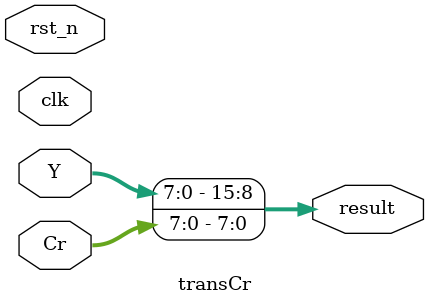
<source format=v>
`timescale 1ps/1ps
module transCr (
	input clk,    // Clock
	input rst_n,  // Asynchronous reset active low
	input wire [7:0] Y,
	input wire [7:0] Cr,
	output reg [15:0] result
);


	always @(Y[7:0], Cr[7:0]) begin : FirstAddition
		result = {Y[7:0] , Cr[7:0]};
	end

	// assign resultR = result;

endmodule

</source>
